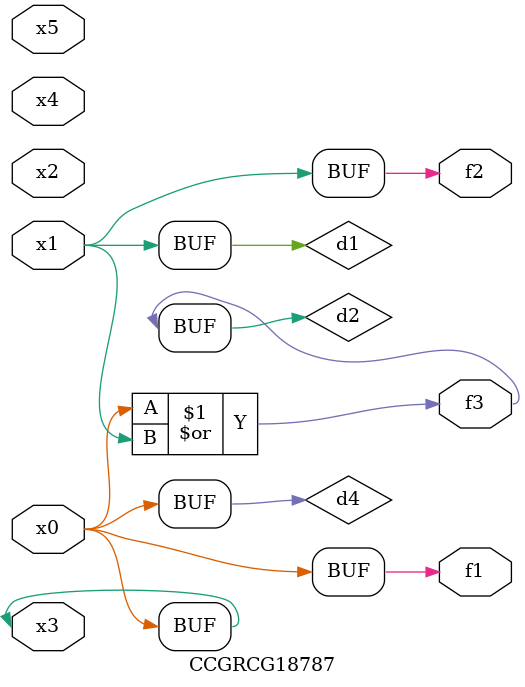
<source format=v>
module CCGRCG18787(
	input x0, x1, x2, x3, x4, x5,
	output f1, f2, f3
);

	wire d1, d2, d3, d4;

	and (d1, x1);
	or (d2, x0, x1);
	nand (d3, x0, x5);
	buf (d4, x0, x3);
	assign f1 = d4;
	assign f2 = d1;
	assign f3 = d2;
endmodule

</source>
